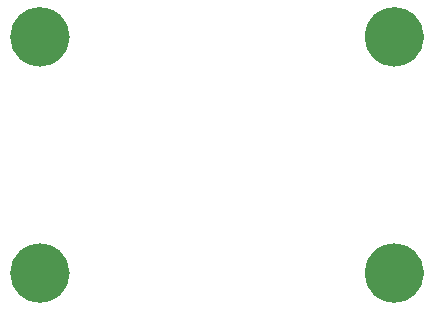
<source format=gbs>
%TF.GenerationSoftware,KiCad,Pcbnew,9.0.4*%
%TF.CreationDate,2025-10-01T23:03:45+01:00*%
%TF.ProjectId,mm_keycap_button,6d6d5f6b-6579-4636-9170-5f627574746f,0.4*%
%TF.SameCoordinates,PX8d24d00PY36d6160*%
%TF.FileFunction,Soldermask,Bot*%
%TF.FilePolarity,Negative*%
%FSLAX45Y45*%
G04 Gerber Fmt 4.5, Leading zero omitted, Abs format (unit mm)*
G04 Created by KiCad (PCBNEW 9.0.4) date 2025-10-01 23:03:45*
%MOMM*%
%LPD*%
G01*
G04 APERTURE LIST*
%ADD10C,2.500000*%
G04 APERTURE END LIST*
%TO.C,MH3*%
D10*
X-1375080Y-1000080D02*
G75*
G02*
X-1625080Y-1000080I-125000J0D01*
G01*
X-1625080Y-1000080D02*
G75*
G02*
X-1375080Y-1000080I125000J0D01*
G01*
%TO.C,MH4*%
X1625000Y-1000000D02*
G75*
G02*
X1375000Y-1000000I-125000J0D01*
G01*
X1375000Y-1000000D02*
G75*
G02*
X1625000Y-1000000I125000J0D01*
G01*
%TO.C,MH2*%
X1625000Y1000000D02*
G75*
G02*
X1375000Y1000000I-125000J0D01*
G01*
X1375000Y1000000D02*
G75*
G02*
X1625000Y1000000I125000J0D01*
G01*
%TO.C,MH1*%
X-1375000Y1000000D02*
G75*
G02*
X-1625000Y1000000I-125000J0D01*
G01*
X-1625000Y1000000D02*
G75*
G02*
X-1375000Y1000000I125000J0D01*
G01*
%TD*%
M02*

</source>
